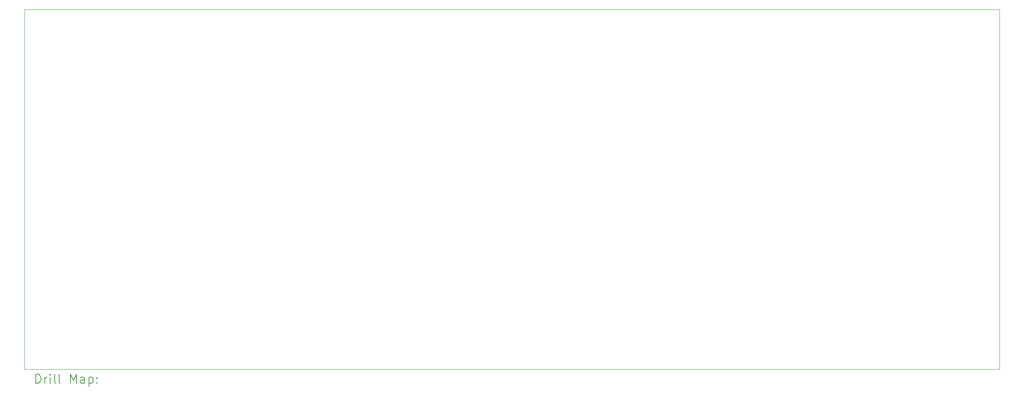
<source format=gbr>
%TF.GenerationSoftware,KiCad,Pcbnew,6.0.8+dfsg-1~bpo11+1*%
%TF.CreationDate,2023-08-01T08:48:22-04:00*%
%TF.ProjectId,14_8x32_self_capacitance,31345f38-7833-4325-9f73-656c665f6361,rev?*%
%TF.SameCoordinates,Original*%
%TF.FileFunction,Drillmap*%
%TF.FilePolarity,Positive*%
%FSLAX45Y45*%
G04 Gerber Fmt 4.5, Leading zero omitted, Abs format (unit mm)*
G04 Created by KiCad (PCBNEW 6.0.8+dfsg-1~bpo11+1) date 2023-08-01 08:48:22*
%MOMM*%
%LPD*%
G01*
G04 APERTURE LIST*
%ADD10C,0.100000*%
%ADD11C,0.200000*%
G04 APERTURE END LIST*
D10*
X4630000Y-3880000D02*
X26520000Y-3880000D01*
X26520000Y-3880000D02*
X26520000Y-11960000D01*
X26520000Y-11960000D02*
X4630000Y-11960000D01*
X4630000Y-11960000D02*
X4630000Y-3880000D01*
D11*
X4882619Y-12275476D02*
X4882619Y-12075476D01*
X4930238Y-12075476D01*
X4958810Y-12085000D01*
X4977857Y-12104048D01*
X4987381Y-12123095D01*
X4996905Y-12161190D01*
X4996905Y-12189762D01*
X4987381Y-12227857D01*
X4977857Y-12246905D01*
X4958810Y-12265952D01*
X4930238Y-12275476D01*
X4882619Y-12275476D01*
X5082619Y-12275476D02*
X5082619Y-12142143D01*
X5082619Y-12180238D02*
X5092143Y-12161190D01*
X5101667Y-12151667D01*
X5120714Y-12142143D01*
X5139762Y-12142143D01*
X5206429Y-12275476D02*
X5206429Y-12142143D01*
X5206429Y-12075476D02*
X5196905Y-12085000D01*
X5206429Y-12094524D01*
X5215952Y-12085000D01*
X5206429Y-12075476D01*
X5206429Y-12094524D01*
X5330238Y-12275476D02*
X5311190Y-12265952D01*
X5301667Y-12246905D01*
X5301667Y-12075476D01*
X5435000Y-12275476D02*
X5415952Y-12265952D01*
X5406429Y-12246905D01*
X5406429Y-12075476D01*
X5663571Y-12275476D02*
X5663571Y-12075476D01*
X5730238Y-12218333D01*
X5796905Y-12075476D01*
X5796905Y-12275476D01*
X5977857Y-12275476D02*
X5977857Y-12170714D01*
X5968333Y-12151667D01*
X5949286Y-12142143D01*
X5911190Y-12142143D01*
X5892143Y-12151667D01*
X5977857Y-12265952D02*
X5958809Y-12275476D01*
X5911190Y-12275476D01*
X5892143Y-12265952D01*
X5882619Y-12246905D01*
X5882619Y-12227857D01*
X5892143Y-12208809D01*
X5911190Y-12199286D01*
X5958809Y-12199286D01*
X5977857Y-12189762D01*
X6073095Y-12142143D02*
X6073095Y-12342143D01*
X6073095Y-12151667D02*
X6092143Y-12142143D01*
X6130238Y-12142143D01*
X6149286Y-12151667D01*
X6158809Y-12161190D01*
X6168333Y-12180238D01*
X6168333Y-12237381D01*
X6158809Y-12256428D01*
X6149286Y-12265952D01*
X6130238Y-12275476D01*
X6092143Y-12275476D01*
X6073095Y-12265952D01*
X6254048Y-12256428D02*
X6263571Y-12265952D01*
X6254048Y-12275476D01*
X6244524Y-12265952D01*
X6254048Y-12256428D01*
X6254048Y-12275476D01*
X6254048Y-12151667D02*
X6263571Y-12161190D01*
X6254048Y-12170714D01*
X6244524Y-12161190D01*
X6254048Y-12151667D01*
X6254048Y-12170714D01*
M02*

</source>
